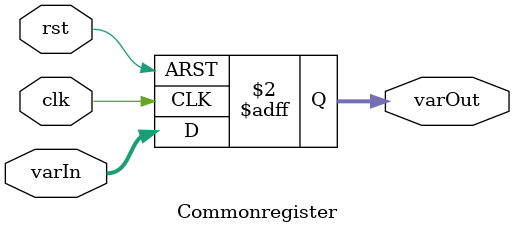
<source format=sv>

module Commonregister(input logic clk, rst, input logic [19:0] varIn, output logic [19:0] varOut);

	
	always @ (posedge clk or posedge rst) begin
		
		if (rst) varOut = 0;
		else
		varOut = varIn;
	
	end

endmodule
</source>
